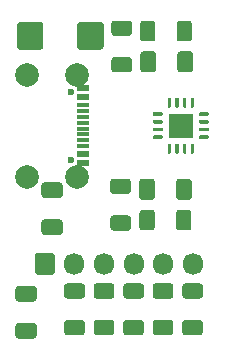
<source format=gbr>
%TF.GenerationSoftware,KiCad,Pcbnew,(5.1.9-0-10_14)*%
%TF.CreationDate,2021-03-06T15:54:47+00:00*%
%TF.ProjectId,Generic,47656e65-7269-4632-9e6b-696361645f70,rev?*%
%TF.SameCoordinates,Original*%
%TF.FileFunction,Soldermask,Bot*%
%TF.FilePolarity,Negative*%
%FSLAX46Y46*%
G04 Gerber Fmt 4.6, Leading zero omitted, Abs format (unit mm)*
G04 Created by KiCad (PCBNEW (5.1.9-0-10_14)) date 2021-03-06 15:54:47*
%MOMM*%
%LPD*%
G01*
G04 APERTURE LIST*
%ADD10R,1.140000X0.600000*%
%ADD11C,2.000000*%
%ADD12R,1.140000X0.300000*%
%ADD13C,0.600000*%
%ADD14R,2.100000X2.100000*%
%ADD15O,1.700000X1.850000*%
G04 APERTURE END LIST*
%TO.C,C5*%
G36*
G01*
X119725000Y-102025001D02*
X119725000Y-100174999D01*
G75*
G02*
X119974999Y-99925000I249999J0D01*
G01*
X121725001Y-99925000D01*
G75*
G02*
X121975000Y-100174999I0J-249999D01*
G01*
X121975000Y-102025001D01*
G75*
G02*
X121725001Y-102275000I-249999J0D01*
G01*
X119974999Y-102275000D01*
G75*
G02*
X119725000Y-102025001I0J249999D01*
G01*
G37*
G36*
G01*
X114625000Y-102025001D02*
X114625000Y-100174999D01*
G75*
G02*
X114874999Y-99925000I249999J0D01*
G01*
X116625001Y-99925000D01*
G75*
G02*
X116875000Y-100174999I0J-249999D01*
G01*
X116875000Y-102025001D01*
G75*
G02*
X116625001Y-102275000I-249999J0D01*
G01*
X114874999Y-102275000D01*
G75*
G02*
X114625000Y-102025001I0J249999D01*
G01*
G37*
%TD*%
%TO.C,R5*%
G36*
G01*
X130125001Y-123350000D02*
X128874999Y-123350000D01*
G75*
G02*
X128625000Y-123100001I0J249999D01*
G01*
X128625000Y-122299999D01*
G75*
G02*
X128874999Y-122050000I249999J0D01*
G01*
X130125001Y-122050000D01*
G75*
G02*
X130375000Y-122299999I0J-249999D01*
G01*
X130375000Y-123100001D01*
G75*
G02*
X130125001Y-123350000I-249999J0D01*
G01*
G37*
G36*
G01*
X130125001Y-126450000D02*
X128874999Y-126450000D01*
G75*
G02*
X128625000Y-126200001I0J249999D01*
G01*
X128625000Y-125399999D01*
G75*
G02*
X128874999Y-125150000I249999J0D01*
G01*
X130125001Y-125150000D01*
G75*
G02*
X130375000Y-125399999I0J-249999D01*
G01*
X130375000Y-126200001D01*
G75*
G02*
X130125001Y-126450000I-249999J0D01*
G01*
G37*
%TD*%
%TO.C,R4*%
G36*
G01*
X127625001Y-123350000D02*
X126374999Y-123350000D01*
G75*
G02*
X126125000Y-123100001I0J249999D01*
G01*
X126125000Y-122299999D01*
G75*
G02*
X126374999Y-122050000I249999J0D01*
G01*
X127625001Y-122050000D01*
G75*
G02*
X127875000Y-122299999I0J-249999D01*
G01*
X127875000Y-123100001D01*
G75*
G02*
X127625001Y-123350000I-249999J0D01*
G01*
G37*
G36*
G01*
X127625001Y-126450000D02*
X126374999Y-126450000D01*
G75*
G02*
X126125000Y-126200001I0J249999D01*
G01*
X126125000Y-125399999D01*
G75*
G02*
X126374999Y-125150000I249999J0D01*
G01*
X127625001Y-125150000D01*
G75*
G02*
X127875000Y-125399999I0J-249999D01*
G01*
X127875000Y-126200001D01*
G75*
G02*
X127625001Y-126450000I-249999J0D01*
G01*
G37*
%TD*%
%TO.C,R3*%
G36*
G01*
X125125001Y-123350000D02*
X123874999Y-123350000D01*
G75*
G02*
X123625000Y-123100001I0J249999D01*
G01*
X123625000Y-122299999D01*
G75*
G02*
X123874999Y-122050000I249999J0D01*
G01*
X125125001Y-122050000D01*
G75*
G02*
X125375000Y-122299999I0J-249999D01*
G01*
X125375000Y-123100001D01*
G75*
G02*
X125125001Y-123350000I-249999J0D01*
G01*
G37*
G36*
G01*
X125125001Y-126450000D02*
X123874999Y-126450000D01*
G75*
G02*
X123625000Y-126200001I0J249999D01*
G01*
X123625000Y-125399999D01*
G75*
G02*
X123874999Y-125150000I249999J0D01*
G01*
X125125001Y-125150000D01*
G75*
G02*
X125375000Y-125399999I0J-249999D01*
G01*
X125375000Y-126200001D01*
G75*
G02*
X125125001Y-126450000I-249999J0D01*
G01*
G37*
%TD*%
%TO.C,R2*%
G36*
G01*
X122625001Y-123350000D02*
X121374999Y-123350000D01*
G75*
G02*
X121125000Y-123100001I0J249999D01*
G01*
X121125000Y-122299999D01*
G75*
G02*
X121374999Y-122050000I249999J0D01*
G01*
X122625001Y-122050000D01*
G75*
G02*
X122875000Y-122299999I0J-249999D01*
G01*
X122875000Y-123100001D01*
G75*
G02*
X122625001Y-123350000I-249999J0D01*
G01*
G37*
G36*
G01*
X122625001Y-126450000D02*
X121374999Y-126450000D01*
G75*
G02*
X121125000Y-126200001I0J249999D01*
G01*
X121125000Y-125399999D01*
G75*
G02*
X121374999Y-125150000I249999J0D01*
G01*
X122625001Y-125150000D01*
G75*
G02*
X122875000Y-125399999I0J-249999D01*
G01*
X122875000Y-126200001D01*
G75*
G02*
X122625001Y-126450000I-249999J0D01*
G01*
G37*
%TD*%
%TO.C,R1*%
G36*
G01*
X120125001Y-123350000D02*
X118874999Y-123350000D01*
G75*
G02*
X118625000Y-123100001I0J249999D01*
G01*
X118625000Y-122299999D01*
G75*
G02*
X118874999Y-122050000I249999J0D01*
G01*
X120125001Y-122050000D01*
G75*
G02*
X120375000Y-122299999I0J-249999D01*
G01*
X120375000Y-123100001D01*
G75*
G02*
X120125001Y-123350000I-249999J0D01*
G01*
G37*
G36*
G01*
X120125001Y-126450000D02*
X118874999Y-126450000D01*
G75*
G02*
X118625000Y-126200001I0J249999D01*
G01*
X118625000Y-125399999D01*
G75*
G02*
X118874999Y-125150000I249999J0D01*
G01*
X120125001Y-125150000D01*
G75*
G02*
X120375000Y-125399999I0J-249999D01*
G01*
X120375000Y-126200001D01*
G75*
G02*
X120125001Y-126450000I-249999J0D01*
G01*
G37*
%TD*%
D10*
%TO.C,J2*%
X120260000Y-105500000D03*
X120260000Y-111100000D03*
X120260000Y-111900000D03*
X120260000Y-106300000D03*
D11*
X115490000Y-104375000D03*
X115490000Y-113025000D03*
X119670000Y-104375000D03*
X119670000Y-113025000D03*
D12*
X120260000Y-108450000D03*
X120260000Y-108950000D03*
X120260000Y-107950000D03*
X120260000Y-109450000D03*
X120260000Y-107450000D03*
X120260000Y-109950000D03*
X120260000Y-106950000D03*
X120260000Y-110450000D03*
D10*
X120260000Y-106300000D03*
X120260000Y-111100000D03*
X120260000Y-105500000D03*
D13*
X119190000Y-105810000D03*
X119190000Y-111590000D03*
D10*
X120260000Y-111900000D03*
%TD*%
D14*
%TO.C,U2*%
X128500000Y-108700000D03*
G36*
G01*
X126200000Y-107575000D02*
X126900000Y-107575000D01*
G75*
G02*
X126975000Y-107650000I0J-75000D01*
G01*
X126975000Y-107800000D01*
G75*
G02*
X126900000Y-107875000I-75000J0D01*
G01*
X126200000Y-107875000D01*
G75*
G02*
X126125000Y-107800000I0J75000D01*
G01*
X126125000Y-107650000D01*
G75*
G02*
X126200000Y-107575000I75000J0D01*
G01*
G37*
G36*
G01*
X126200000Y-108225000D02*
X126900000Y-108225000D01*
G75*
G02*
X126975000Y-108300000I0J-75000D01*
G01*
X126975000Y-108450000D01*
G75*
G02*
X126900000Y-108525000I-75000J0D01*
G01*
X126200000Y-108525000D01*
G75*
G02*
X126125000Y-108450000I0J75000D01*
G01*
X126125000Y-108300000D01*
G75*
G02*
X126200000Y-108225000I75000J0D01*
G01*
G37*
G36*
G01*
X126200000Y-108875000D02*
X126900000Y-108875000D01*
G75*
G02*
X126975000Y-108950000I0J-75000D01*
G01*
X126975000Y-109100000D01*
G75*
G02*
X126900000Y-109175000I-75000J0D01*
G01*
X126200000Y-109175000D01*
G75*
G02*
X126125000Y-109100000I0J75000D01*
G01*
X126125000Y-108950000D01*
G75*
G02*
X126200000Y-108875000I75000J0D01*
G01*
G37*
G36*
G01*
X126200000Y-109525000D02*
X126900000Y-109525000D01*
G75*
G02*
X126975000Y-109600000I0J-75000D01*
G01*
X126975000Y-109750000D01*
G75*
G02*
X126900000Y-109825000I-75000J0D01*
G01*
X126200000Y-109825000D01*
G75*
G02*
X126125000Y-109750000I0J75000D01*
G01*
X126125000Y-109600000D01*
G75*
G02*
X126200000Y-109525000I75000J0D01*
G01*
G37*
G36*
G01*
X127450000Y-110225000D02*
X127600000Y-110225000D01*
G75*
G02*
X127675000Y-110300000I0J-75000D01*
G01*
X127675000Y-111000000D01*
G75*
G02*
X127600000Y-111075000I-75000J0D01*
G01*
X127450000Y-111075000D01*
G75*
G02*
X127375000Y-111000000I0J75000D01*
G01*
X127375000Y-110300000D01*
G75*
G02*
X127450000Y-110225000I75000J0D01*
G01*
G37*
G36*
G01*
X128100000Y-110225000D02*
X128250000Y-110225000D01*
G75*
G02*
X128325000Y-110300000I0J-75000D01*
G01*
X128325000Y-111000000D01*
G75*
G02*
X128250000Y-111075000I-75000J0D01*
G01*
X128100000Y-111075000D01*
G75*
G02*
X128025000Y-111000000I0J75000D01*
G01*
X128025000Y-110300000D01*
G75*
G02*
X128100000Y-110225000I75000J0D01*
G01*
G37*
G36*
G01*
X128750000Y-110225000D02*
X128900000Y-110225000D01*
G75*
G02*
X128975000Y-110300000I0J-75000D01*
G01*
X128975000Y-111000000D01*
G75*
G02*
X128900000Y-111075000I-75000J0D01*
G01*
X128750000Y-111075000D01*
G75*
G02*
X128675000Y-111000000I0J75000D01*
G01*
X128675000Y-110300000D01*
G75*
G02*
X128750000Y-110225000I75000J0D01*
G01*
G37*
G36*
G01*
X129400000Y-110225000D02*
X129550000Y-110225000D01*
G75*
G02*
X129625000Y-110300000I0J-75000D01*
G01*
X129625000Y-111000000D01*
G75*
G02*
X129550000Y-111075000I-75000J0D01*
G01*
X129400000Y-111075000D01*
G75*
G02*
X129325000Y-111000000I0J75000D01*
G01*
X129325000Y-110300000D01*
G75*
G02*
X129400000Y-110225000I75000J0D01*
G01*
G37*
G36*
G01*
X130100000Y-109525000D02*
X130800000Y-109525000D01*
G75*
G02*
X130875000Y-109600000I0J-75000D01*
G01*
X130875000Y-109750000D01*
G75*
G02*
X130800000Y-109825000I-75000J0D01*
G01*
X130100000Y-109825000D01*
G75*
G02*
X130025000Y-109750000I0J75000D01*
G01*
X130025000Y-109600000D01*
G75*
G02*
X130100000Y-109525000I75000J0D01*
G01*
G37*
G36*
G01*
X130100000Y-108875000D02*
X130800000Y-108875000D01*
G75*
G02*
X130875000Y-108950000I0J-75000D01*
G01*
X130875000Y-109100000D01*
G75*
G02*
X130800000Y-109175000I-75000J0D01*
G01*
X130100000Y-109175000D01*
G75*
G02*
X130025000Y-109100000I0J75000D01*
G01*
X130025000Y-108950000D01*
G75*
G02*
X130100000Y-108875000I75000J0D01*
G01*
G37*
G36*
G01*
X130100000Y-108225000D02*
X130800000Y-108225000D01*
G75*
G02*
X130875000Y-108300000I0J-75000D01*
G01*
X130875000Y-108450000D01*
G75*
G02*
X130800000Y-108525000I-75000J0D01*
G01*
X130100000Y-108525000D01*
G75*
G02*
X130025000Y-108450000I0J75000D01*
G01*
X130025000Y-108300000D01*
G75*
G02*
X130100000Y-108225000I75000J0D01*
G01*
G37*
G36*
G01*
X130100000Y-107575000D02*
X130800000Y-107575000D01*
G75*
G02*
X130875000Y-107650000I0J-75000D01*
G01*
X130875000Y-107800000D01*
G75*
G02*
X130800000Y-107875000I-75000J0D01*
G01*
X130100000Y-107875000D01*
G75*
G02*
X130025000Y-107800000I0J75000D01*
G01*
X130025000Y-107650000D01*
G75*
G02*
X130100000Y-107575000I75000J0D01*
G01*
G37*
G36*
G01*
X129400000Y-106325000D02*
X129550000Y-106325000D01*
G75*
G02*
X129625000Y-106400000I0J-75000D01*
G01*
X129625000Y-107100000D01*
G75*
G02*
X129550000Y-107175000I-75000J0D01*
G01*
X129400000Y-107175000D01*
G75*
G02*
X129325000Y-107100000I0J75000D01*
G01*
X129325000Y-106400000D01*
G75*
G02*
X129400000Y-106325000I75000J0D01*
G01*
G37*
G36*
G01*
X128750000Y-106325000D02*
X128900000Y-106325000D01*
G75*
G02*
X128975000Y-106400000I0J-75000D01*
G01*
X128975000Y-107100000D01*
G75*
G02*
X128900000Y-107175000I-75000J0D01*
G01*
X128750000Y-107175000D01*
G75*
G02*
X128675000Y-107100000I0J75000D01*
G01*
X128675000Y-106400000D01*
G75*
G02*
X128750000Y-106325000I75000J0D01*
G01*
G37*
G36*
G01*
X128100000Y-106325000D02*
X128250000Y-106325000D01*
G75*
G02*
X128325000Y-106400000I0J-75000D01*
G01*
X128325000Y-107100000D01*
G75*
G02*
X128250000Y-107175000I-75000J0D01*
G01*
X128100000Y-107175000D01*
G75*
G02*
X128025000Y-107100000I0J75000D01*
G01*
X128025000Y-106400000D01*
G75*
G02*
X128100000Y-106325000I75000J0D01*
G01*
G37*
G36*
G01*
X127450000Y-106325000D02*
X127600000Y-106325000D01*
G75*
G02*
X127675000Y-106400000I0J-75000D01*
G01*
X127675000Y-107100000D01*
G75*
G02*
X127600000Y-107175000I-75000J0D01*
G01*
X127450000Y-107175000D01*
G75*
G02*
X127375000Y-107100000I0J75000D01*
G01*
X127375000Y-106400000D01*
G75*
G02*
X127450000Y-106325000I75000J0D01*
G01*
G37*
%TD*%
%TO.C,R9*%
G36*
G01*
X122874999Y-102900000D02*
X124125001Y-102900000D01*
G75*
G02*
X124375000Y-103149999I0J-249999D01*
G01*
X124375000Y-103950001D01*
G75*
G02*
X124125001Y-104200000I-249999J0D01*
G01*
X122874999Y-104200000D01*
G75*
G02*
X122625000Y-103950001I0J249999D01*
G01*
X122625000Y-103149999D01*
G75*
G02*
X122874999Y-102900000I249999J0D01*
G01*
G37*
G36*
G01*
X122874999Y-99800000D02*
X124125001Y-99800000D01*
G75*
G02*
X124375000Y-100049999I0J-249999D01*
G01*
X124375000Y-100850001D01*
G75*
G02*
X124125001Y-101100000I-249999J0D01*
G01*
X122874999Y-101100000D01*
G75*
G02*
X122625000Y-100850001I0J249999D01*
G01*
X122625000Y-100049999D01*
G75*
G02*
X122874999Y-99800000I249999J0D01*
G01*
G37*
%TD*%
%TO.C,R8*%
G36*
G01*
X122774999Y-116300000D02*
X124025001Y-116300000D01*
G75*
G02*
X124275000Y-116549999I0J-249999D01*
G01*
X124275000Y-117350001D01*
G75*
G02*
X124025001Y-117600000I-249999J0D01*
G01*
X122774999Y-117600000D01*
G75*
G02*
X122525000Y-117350001I0J249999D01*
G01*
X122525000Y-116549999D01*
G75*
G02*
X122774999Y-116300000I249999J0D01*
G01*
G37*
G36*
G01*
X122774999Y-113200000D02*
X124025001Y-113200000D01*
G75*
G02*
X124275000Y-113449999I0J-249999D01*
G01*
X124275000Y-114250001D01*
G75*
G02*
X124025001Y-114500000I-249999J0D01*
G01*
X122774999Y-114500000D01*
G75*
G02*
X122525000Y-114250001I0J249999D01*
G01*
X122525000Y-113449999D01*
G75*
G02*
X122774999Y-113200000I249999J0D01*
G01*
G37*
%TD*%
%TO.C,R7*%
G36*
G01*
X126350000Y-100074999D02*
X126350000Y-101325001D01*
G75*
G02*
X126100001Y-101575000I-249999J0D01*
G01*
X125299999Y-101575000D01*
G75*
G02*
X125050000Y-101325001I0J249999D01*
G01*
X125050000Y-100074999D01*
G75*
G02*
X125299999Y-99825000I249999J0D01*
G01*
X126100001Y-99825000D01*
G75*
G02*
X126350000Y-100074999I0J-249999D01*
G01*
G37*
G36*
G01*
X129450000Y-100074999D02*
X129450000Y-101325001D01*
G75*
G02*
X129200001Y-101575000I-249999J0D01*
G01*
X128399999Y-101575000D01*
G75*
G02*
X128150000Y-101325001I0J249999D01*
G01*
X128150000Y-100074999D01*
G75*
G02*
X128399999Y-99825000I249999J0D01*
G01*
X129200001Y-99825000D01*
G75*
G02*
X129450000Y-100074999I0J-249999D01*
G01*
G37*
%TD*%
%TO.C,R6*%
G36*
G01*
X126300000Y-116074999D02*
X126300000Y-117325001D01*
G75*
G02*
X126050001Y-117575000I-249999J0D01*
G01*
X125249999Y-117575000D01*
G75*
G02*
X125000000Y-117325001I0J249999D01*
G01*
X125000000Y-116074999D01*
G75*
G02*
X125249999Y-115825000I249999J0D01*
G01*
X126050001Y-115825000D01*
G75*
G02*
X126300000Y-116074999I0J-249999D01*
G01*
G37*
G36*
G01*
X129400000Y-116074999D02*
X129400000Y-117325001D01*
G75*
G02*
X129150001Y-117575000I-249999J0D01*
G01*
X128349999Y-117575000D01*
G75*
G02*
X128100000Y-117325001I0J249999D01*
G01*
X128100000Y-116074999D01*
G75*
G02*
X128349999Y-115825000I249999J0D01*
G01*
X129150001Y-115825000D01*
G75*
G02*
X129400000Y-116074999I0J-249999D01*
G01*
G37*
%TD*%
D15*
%TO.C,J1*%
X129500000Y-120400000D03*
X127000000Y-120400000D03*
X124500000Y-120400000D03*
X122000000Y-120400000D03*
X119500000Y-120400000D03*
G36*
G01*
X116150000Y-121075000D02*
X116150000Y-119725000D01*
G75*
G02*
X116400000Y-119475000I250000J0D01*
G01*
X117600000Y-119475000D01*
G75*
G02*
X117850000Y-119725000I0J-250000D01*
G01*
X117850000Y-121075000D01*
G75*
G02*
X117600000Y-121325000I-250000J0D01*
G01*
X116400000Y-121325000D01*
G75*
G02*
X116150000Y-121075000I0J250000D01*
G01*
G37*
%TD*%
%TO.C,C4*%
G36*
G01*
X116949997Y-116637500D02*
X118250003Y-116637500D01*
G75*
G02*
X118500000Y-116887497I0J-249997D01*
G01*
X118500000Y-117712503D01*
G75*
G02*
X118250003Y-117962500I-249997J0D01*
G01*
X116949997Y-117962500D01*
G75*
G02*
X116700000Y-117712503I0J249997D01*
G01*
X116700000Y-116887497D01*
G75*
G02*
X116949997Y-116637500I249997J0D01*
G01*
G37*
G36*
G01*
X116949997Y-113512500D02*
X118250003Y-113512500D01*
G75*
G02*
X118500000Y-113762497I0J-249997D01*
G01*
X118500000Y-114587503D01*
G75*
G02*
X118250003Y-114837500I-249997J0D01*
G01*
X116949997Y-114837500D01*
G75*
G02*
X116700000Y-114587503I0J249997D01*
G01*
X116700000Y-113762497D01*
G75*
G02*
X116949997Y-113512500I249997J0D01*
G01*
G37*
%TD*%
%TO.C,C3*%
G36*
G01*
X114749997Y-125400000D02*
X116050003Y-125400000D01*
G75*
G02*
X116300000Y-125649997I0J-249997D01*
G01*
X116300000Y-126475003D01*
G75*
G02*
X116050003Y-126725000I-249997J0D01*
G01*
X114749997Y-126725000D01*
G75*
G02*
X114500000Y-126475003I0J249997D01*
G01*
X114500000Y-125649997D01*
G75*
G02*
X114749997Y-125400000I249997J0D01*
G01*
G37*
G36*
G01*
X114749997Y-122275000D02*
X116050003Y-122275000D01*
G75*
G02*
X116300000Y-122524997I0J-249997D01*
G01*
X116300000Y-123350003D01*
G75*
G02*
X116050003Y-123600000I-249997J0D01*
G01*
X114749997Y-123600000D01*
G75*
G02*
X114500000Y-123350003I0J249997D01*
G01*
X114500000Y-122524997D01*
G75*
G02*
X114749997Y-122275000I249997J0D01*
G01*
G37*
%TD*%
%TO.C,C2*%
G36*
G01*
X128100000Y-114750003D02*
X128100000Y-113449997D01*
G75*
G02*
X128349997Y-113200000I249997J0D01*
G01*
X129175003Y-113200000D01*
G75*
G02*
X129425000Y-113449997I0J-249997D01*
G01*
X129425000Y-114750003D01*
G75*
G02*
X129175003Y-115000000I-249997J0D01*
G01*
X128349997Y-115000000D01*
G75*
G02*
X128100000Y-114750003I0J249997D01*
G01*
G37*
G36*
G01*
X124975000Y-114750003D02*
X124975000Y-113449997D01*
G75*
G02*
X125224997Y-113200000I249997J0D01*
G01*
X126050003Y-113200000D01*
G75*
G02*
X126300000Y-113449997I0J-249997D01*
G01*
X126300000Y-114750003D01*
G75*
G02*
X126050003Y-115000000I-249997J0D01*
G01*
X125224997Y-115000000D01*
G75*
G02*
X124975000Y-114750003I0J249997D01*
G01*
G37*
%TD*%
%TO.C,C1*%
G36*
G01*
X126400000Y-102649997D02*
X126400000Y-103950003D01*
G75*
G02*
X126150003Y-104200000I-249997J0D01*
G01*
X125324997Y-104200000D01*
G75*
G02*
X125075000Y-103950003I0J249997D01*
G01*
X125075000Y-102649997D01*
G75*
G02*
X125324997Y-102400000I249997J0D01*
G01*
X126150003Y-102400000D01*
G75*
G02*
X126400000Y-102649997I0J-249997D01*
G01*
G37*
G36*
G01*
X129525000Y-102649997D02*
X129525000Y-103950003D01*
G75*
G02*
X129275003Y-104200000I-249997J0D01*
G01*
X128449997Y-104200000D01*
G75*
G02*
X128200000Y-103950003I0J249997D01*
G01*
X128200000Y-102649997D01*
G75*
G02*
X128449997Y-102400000I249997J0D01*
G01*
X129275003Y-102400000D01*
G75*
G02*
X129525000Y-102649997I0J-249997D01*
G01*
G37*
%TD*%
M02*

</source>
